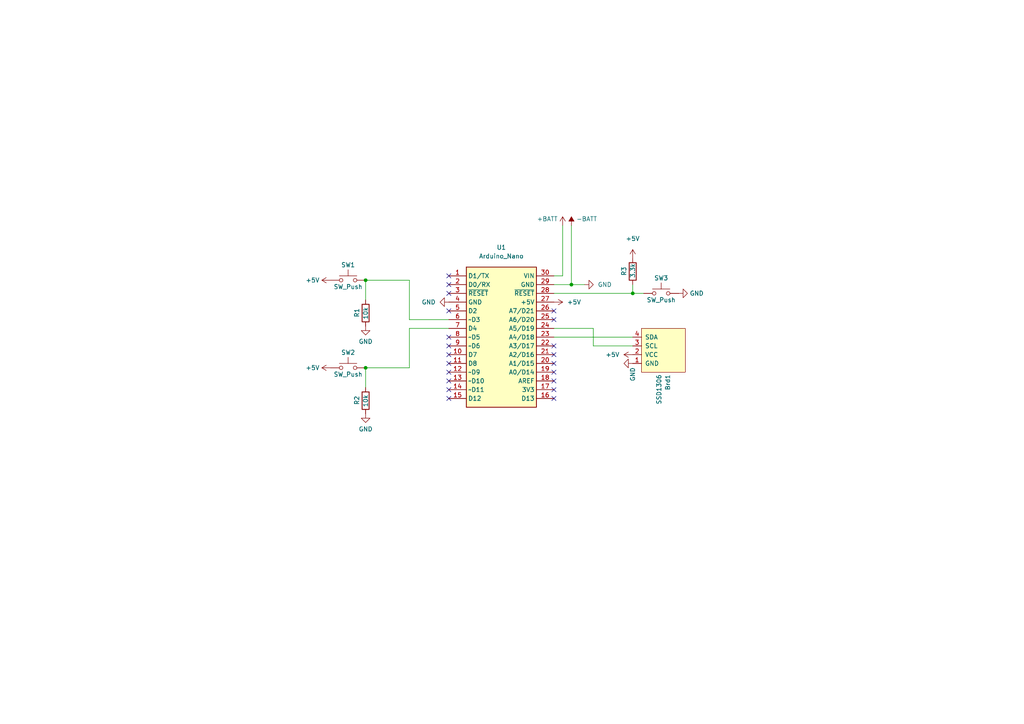
<source format=kicad_sch>
(kicad_sch (version 20211123) (generator eeschema)
  (paper "A4")
  (lib_symbols
    (symbol "Arduino:Arduino_Nano"
      (property "Reference" "U" (at -10.16 24.13 0))
      (property "Value" "Arduino_Nano" (at -10.16 22.86 0))
      (symbol "Arduino_Nano_0_1"
        (rectangle (start -10.16 20.32) (end 10.16 -20.32) (stroke (width 0.254)) (fill (type background)))
      )
      (symbol "Arduino_Nano_1_1"
        (pin bidirectional line (at -15.24 17.78 0) (length 5.08) (name "D1/TX") (number "1"))
        (pin bidirectional line (at -15.24 -5.08 0) (length 5.08) (name "D7") (number "10"))
        (pin bidirectional line (at -15.24 -7.62 0) (length 5.08) (name "D8") (number "11"))
        (pin bidirectional line (at -15.24 -10.16 0) (length 5.08) (name "~D9") (number "12"))
        (pin bidirectional line (at -15.24 -12.7 0) (length 5.08) (name "~D10") (number "13"))
        (pin bidirectional line (at -15.24 -15.24 0) (length 5.08) (name "~D11") (number "14"))
        (pin bidirectional line (at -15.24 -17.78 0) (length 5.08) (name "D12") (number "15"))
        (pin bidirectional line (at 15.24 -17.78 180) (length 5.08) (name "D13") (number "16"))
        (pin power_out line (at 15.24 -15.24 180) (length 5.08) (name "3V3") (number "17"))
        (pin input line (at 15.24 -12.7 180) (length 5.08) (name "AREF") (number "18"))
        (pin bidirectional line (at 15.24 -10.16 180) (length 5.08) (name "A0/D14") (number "19"))
        (pin bidirectional line (at -15.24 15.24 0) (length 5.08) (name "D0/RX") (number "2"))
        (pin bidirectional line (at 15.24 -7.62 180) (length 5.08) (name "A1/D15") (number "20"))
        (pin bidirectional line (at 15.24 -5.08 180) (length 5.08) (name "A2/D16") (number "21"))
        (pin bidirectional line (at 15.24 -2.54 180) (length 5.08) (name "A3/D17") (number "22"))
        (pin bidirectional line (at 15.24 0 180) (length 5.08) (name "A4/D18") (number "23"))
        (pin bidirectional line (at 15.24 2.54 180) (length 5.08) (name "A5/D19") (number "24"))
        (pin bidirectional line (at 15.24 5.08 180) (length 5.08) (name "A6/D20") (number "25"))
        (pin bidirectional line (at 15.24 7.62 180) (length 5.08) (name "A7/D21") (number "26"))
        (pin power_out line (at 15.24 10.16 180) (length 5.08) (name "+5V") (number "27"))
        (pin input line (at 15.24 12.7 180) (length 5.08) (name "~{RESET}") (number "28"))
        (pin power_in line (at 15.24 15.24 180) (length 5.08) (name "GND") (number "29"))
        (pin input line (at -15.24 12.7 0) (length 5.08) (name "~{RESET}") (number "3"))
        (pin power_in line (at 15.24 17.78 180) (length 5.08) (name "VIN") (number "30"))
        (pin power_in line (at -15.24 10.16 0) (length 5.08) (name "GND") (number "4"))
        (pin bidirectional line (at -15.24 7.62 0) (length 5.08) (name "D2") (number "5"))
        (pin bidirectional line (at -15.24 5.08 0) (length 5.08) (name "~D3") (number "6"))
        (pin bidirectional line (at -15.24 2.54 0) (length 5.08) (name "D4") (number "7"))
        (pin bidirectional line (at -15.24 0 0) (length 5.08) (name "~D5") (number "8"))
        (pin bidirectional line (at -15.24 -2.54 0) (length 5.08) (name "~D6") (number "9"))
      )
    )
    (symbol "Device:R" (pin_numbers hide) (pin_names (offset 0))
      (property "Reference" "R" (at 2.032 0 90))
      (property "Value" "R" (at 0 0 90))
      (symbol "R_0_1"
        (rectangle (start -1.016 -2.54) (end 1.016 2.54) (stroke (width 0.254)))
      )
      (symbol "R_1_1"
        (pin passive line (at 0 3.81 270) (length 1.27) (name "~") (number "1"))
        (pin passive line (at 0 -3.81 90) (length 1.27) (name "~") (number "2"))
      )
    )
    (symbol "SSD1306-128x64_OLED:SSD1306" (pin_names (offset 1.016))
      (property "Reference" "Brd" (at 0 -3.81 0))
      (property "Value" "SSD1306" (at 0 -1.27 0))
      (symbol "SSD1306_0_1"
        (rectangle (start -6.35 6.35) (end 6.35 -6.35) (fill (type background)))
      )
      (symbol "SSD1306_1_1"
        (pin input line (at -3.81 8.89 270) (length 2.54) (name "GND") (number "1"))
        (pin input line (at -1.27 8.89 270) (length 2.54) (name "VCC") (number "2"))
        (pin input line (at 1.27 8.89 270) (length 2.54) (name "SCL") (number "3"))
        (pin input line (at 3.81 8.89 270) (length 2.54) (name "SDA") (number "4"))
      )
    )
    (symbol "Switch:SW_Push" (pin_numbers hide) (pin_names (offset 1.016) hide)
      (property "Reference" "SW" (at 1.27 2.54 0))
      (property "Value" "SW_Push" (at 0 -1.524 0))
      (symbol "SW_Push_0_1"
        (circle (center -2.032 0) (radius 0.508))
        (polyline (pts (xy 0 1.27) (xy 0 3.048)))
        (polyline (pts (xy 2.54 1.27) (xy -2.54 1.27)))
        (circle (center 2.032 0) (radius 0.508))
        (pin passive line (at -5.08 0 0) (length 2.54) (name "1") (number "1"))
        (pin passive line (at 5.08 0 180) (length 2.54) (name "2") (number "2"))
      )
    )
    (symbol "power:+5V" (power) (pin_names (offset 0))
      (property "Value" "+5V" (at 0 3.556 0))
      (symbol "+5V_0_1"
        (polyline (pts (xy -0.762 1.27) (xy 0 2.54)))
        (polyline (pts (xy 0 0) (xy 0 2.54)))
        (polyline (pts (xy 0 2.54) (xy 0.762 1.27)))
      )
      (symbol "+5V_1_1"
        (pin power_in line (at 0 0 90) (length 0) hide (name "+5V") (number "1"))
      )
    )
    (symbol "power:+BATT" (power) (pin_names (offset 0))
      (property "Value" "+BATT" (at -4.445 1.905 0))
      (symbol "+BATT_0_1"
        (polyline (pts (xy -0.762 1.27) (xy 0 2.54)))
        (polyline (pts (xy 0 0) (xy 0 2.54)))
        (polyline (pts (xy 0 2.54) (xy 0.762 1.27)))
      )
      (symbol "+BATT_1_1"
        (pin power_out line (at 0 0 90) (length 0) hide (name "+BATT") (number "1"))
      )
    )
    (symbol "power:-BATT" (power) (pin_names (offset 0))
      (property "Value" "-BATT" (at 4.445 1.905 0))
      (symbol "-BATT_0_1"
        (polyline (pts (xy 0 0) (xy 0 2.54)))
        (polyline (pts (xy 0.762 1.27) (xy -0.762 1.27) (xy 0 2.54) (xy 0.762 1.27)) (fill (type outline)))
      )
      (symbol "-BATT_1_1"
        (pin power_out line (at 0 0 90) (length 0) hide (name "-BATT") (number "1"))
      )
    )
    (symbol "power:GND" (power) (pin_names (offset 0))
      (property "Value" "GND" (at 0 -3.81 0))
      (symbol "GND_0_1"
        (polyline (pts (xy 0 0) (xy 0 -1.27) (xy 1.27 -1.27) (xy 0 -2.54) (xy -1.27 -1.27) (xy 0 -1.27)))
      )
      (symbol "GND_1_1"
        (pin power_in line (at 0 0 270) (length 0) hide (name "GND") (number "1"))
      )
    )
  )
  (junction (at 183.515 85.09))
  (junction (at 165.735 82.55))
  (junction (at 106.045 81.28))
  (junction (at 106.045 106.68))
  (no_connect (at 130.175 105.41))
  (no_connect (at 130.175 110.49))
  (no_connect (at 130.175 100.33))
  (no_connect (at 130.175 102.87))
  (no_connect (at 130.175 107.95))
  (no_connect (at 130.175 113.03))
  (no_connect (at 130.175 115.57))
  (no_connect (at 130.175 97.79))
  (no_connect (at 160.655 102.87))
  (no_connect (at 160.655 113.03))
  (no_connect (at 160.655 107.95))
  (no_connect (at 160.655 105.41))
  (no_connect (at 160.655 110.49))
  (no_connect (at 160.655 115.57))
  (no_connect (at 130.175 80.01))
  (no_connect (at 130.175 90.17))
  (no_connect (at 160.655 100.33))
  (no_connect (at 160.655 90.17))
  (no_connect (at 160.655 92.71))
  (no_connect (at 130.175 85.09))
  (no_connect (at 130.175 82.55))
  (wire (pts (xy 183.515 82.55) (xy 183.515 85.09)))
  (wire (pts (xy 163.195 80.01) (xy 160.655 80.01)))
  (wire (pts (xy 183.515 85.09) (xy 186.69 85.09)))
  (wire (pts (xy 130.175 95.25) (xy 118.745 95.25)))
  (wire (pts (xy 160.655 95.25) (xy 172.085 95.25)))
  (wire (pts (xy 163.195 65.405) (xy 163.195 80.01)))
  (wire (pts (xy 165.735 82.55) (xy 165.735 65.405)))
  (wire (pts (xy 160.655 85.09) (xy 183.515 85.09)))
  (wire (pts (xy 118.745 92.71) (xy 118.745 81.28)))
  (wire (pts (xy 106.045 81.28) (xy 106.045 86.995)))
  (wire (pts (xy 118.745 95.25) (xy 118.745 106.68)))
  (wire (pts (xy 118.745 106.68) (xy 106.045 106.68)))
  (wire (pts (xy 172.085 100.33) (xy 183.515 100.33)))
  (wire (pts (xy 172.085 95.25) (xy 172.085 100.33)))
  (wire (pts (xy 130.175 92.71) (xy 118.745 92.71)))
  (wire (pts (xy 118.745 81.28) (xy 106.045 81.28)))
  (wire (pts (xy 106.045 106.68) (xy 106.045 112.395)))
  (wire (pts (xy 160.655 97.79) (xy 183.515 97.79)))
  (wire (pts (xy 160.655 82.55) (xy 165.735 82.55)))
  (wire (pts (xy 165.735 82.55) (xy 169.545 82.55)))
  (symbol (lib_id "power:+5V") (at 160.655 87.63 270) (unit 1)
    (property "Reference" "#PWR0105" (effects hide))
    (property "Value" "+5V" (at 164.465 87.6299 90) (effects (justify left)))
  )
  (symbol (lib_id "power:-BATT") (at 165.735 65.405 0) (unit 1)
    (property "Reference" "#PWR0108" (effects hide))
    (property "Value" "-BATT" (at 170.18 63.5 0))
  )
  (symbol (lib_id "power:+5V") (at 183.515 102.87 90) (unit 1)
    (property "Reference" "#PWR0104" (effects hide))
    (property "Value" "+5V" (at 179.705 102.8699 90) (effects (justify left)))
  )
  (symbol (lib_id "Switch:SW_Push") (at 100.965 106.68 0) (mirror y) (unit 1)
    (property "Reference" "SW2" (at 100.965 102.235 0))
    (property "Value" "SW_Push" (at 100.965 108.585 0))
    (property "Footprint" "Button_Switch_THT:SW_PUSH_6mm" (effects hide))
  )
  (symbol (lib_id "Device:R") (at 106.045 90.805 0) (mirror y) (unit 1)
    (property "Reference" "R1" (at 103.505 92.075 90) (effects (justify left)))
    (property "Value" "10k" (at 106.045 92.71 90) (effects (justify left)))
    (property "Footprint" "Resistor_SMD:R_0805_2012Metric" (effects hide))
  )
  (symbol (lib_id "Device:R") (at 183.515 78.74 0) (unit 1)
    (property "Reference" "R3" (at 180.975 80.01 90) (effects (justify left)))
    (property "Value" "3.3k" (at 183.515 80.645 90) (effects (justify left)))
    (property "Footprint" "Resistor_SMD:R_0805_2012Metric" (effects hide))
  )
  (symbol (lib_id "power:+5V") (at 95.885 81.28 90) (unit 1)
    (property "Reference" "#PWR0102" (effects hide))
    (property "Value" "+5V" (at 92.71 81.2799 90) (effects (justify left)))
  )
  (symbol (lib_id "Arduino:Arduino_Nano") (at 145.415 97.79 0) (unit 1)
    (property "Reference" "U1" (at 145.415 71.755 0))
    (property "Value" "Arduino_Nano" (at 145.415 74.295 0))
    (property "Footprint" "Arduino:Arduino_Nano" (effects hide))
    (property "Datasheet" "https://store.arduino.cc/usa/arduino-nano" (effects hide))
  )
  (symbol (lib_id "Switch:SW_Push") (at 191.77 85.09 0) (unit 1)
    (property "Reference" "SW3" (at 191.77 80.645 0))
    (property "Value" "SW_Push" (at 191.77 86.995 0))
    (property "Footprint" "Button_Switch_THT:SW_PUSH_6mm" (effects hide))
  )
  (symbol (lib_id "power:+5V") (at 183.515 74.93 0) (unit 1)
    (property "Reference" "#PWR0107" (effects hide))
    (property "Value" "+5V" (at 183.515 69.215 0))
  )
  (symbol (lib_id "power:+5V") (at 95.885 106.68 90) (unit 1)
    (property "Reference" "#PWR0103" (effects hide))
    (property "Value" "+5V" (at 92.71 106.6799 90) (effects (justify left)))
  )
  (symbol (lib_id "Device:R") (at 106.045 116.205 0) (mirror y) (unit 1)
    (property "Reference" "R2" (at 103.505 117.475 90) (effects (justify left)))
    (property "Value" "10k" (at 106.045 118.11 90) (effects (justify left)))
    (property "Footprint" "Resistor_SMD:R_0805_2012Metric" (effects hide))
  )
  (symbol (lib_id "power:GND") (at 130.175 87.63 270) (unit 1)
    (property "Reference" "#PWR0101" (effects hide))
    (property "Value" "GND" (at 126.365 87.6299 90) (effects (justify right)))
  )
  (symbol (lib_id "power:GND") (at 183.515 105.41 270) (unit 1)
    (property "Reference" "#PWR09" (effects hide))
    (property "Value" "GND" (at 183.515 108.585 0))
  )
  (symbol (lib_id "power:GND") (at 196.85 85.09 90) (unit 1)
    (property "Reference" "#PWR010" (effects hide))
    (property "Value" "GND" (at 200.025 85.0899 90) (effects (justify right)))
  )
  (symbol (lib_id "Switch:SW_Push") (at 100.965 81.28 0) (mirror y) (unit 1)
    (property "Reference" "SW1" (at 100.965 76.835 0))
    (property "Value" "SW_Push" (at 100.965 83.185 0))
    (property "Footprint" "Button_Switch_THT:SW_PUSH_6mm" (effects hide))
  )
  (symbol (lib_id "power:GND") (at 106.045 94.615 0) (mirror y) (unit 1)
    (property "Reference" "#PWR02" (effects hide))
    (property "Value" "GND" (at 106.045 99.06 0))
  )
  (symbol (lib_id "power:GND") (at 106.045 120.015 0) (mirror y) (unit 1)
    (property "Reference" "#PWR04" (effects hide))
    (property "Value" "GND" (at 106.045 124.46 0))
  )
  (symbol (lib_id "power:GND") (at 169.545 82.55 90) (unit 1)
    (property "Reference" "#PWR01" (effects hide))
    (property "Value" "GND" (at 173.355 82.5499 90) (effects (justify right)))
  )
  (symbol (lib_id "power:+BATT") (at 163.195 65.405 0) (unit 1)
    (property "Reference" "#PWR0106" (effects hide))
    (property "Value" "+BATT" (at 158.75 63.5 0))
  )
  (symbol (lib_id "SSD1306-128x64_OLED:SSD1306") (at 192.405 101.6 90) (unit 1)
    (property "Reference" "Brd1" (at 193.6751 108.585 0) (effects (justify right)))
    (property "Value" "SSD1306" (at 191.1351 108.585 0) (effects (justify right)))
    (property "Footprint" "Display:Adafruit_SSD1306" (effects hide))
  )
)
</source>
